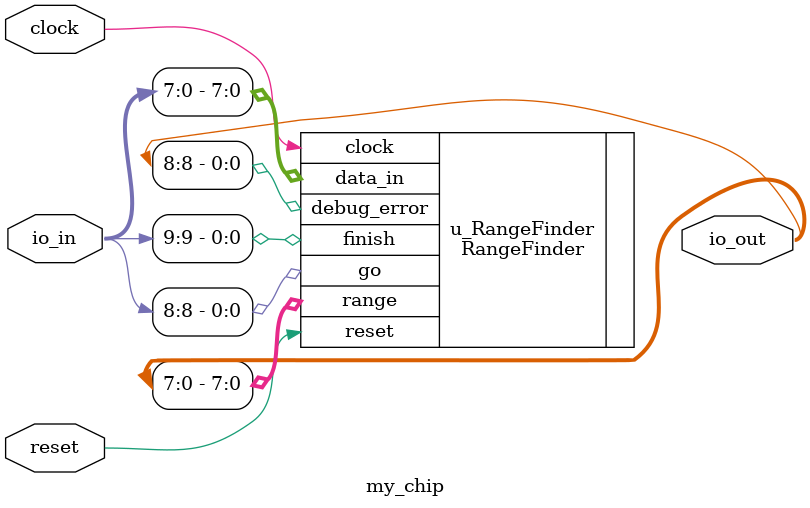
<source format=sv>
`default_nettype none

module my_chip (
    input logic [11:0] io_in, // Inputs to your chip
    output logic [11:0] io_out, // Outputs from your chip
    input logic clock,
    input logic reset // Important: Reset is ACTIVE-HIGH
);
    
    // Basic counter design as an example
    // TODO: remove the counter design and use this module to insert your own design
    // DO NOT change the I/O header of this design

    RangeFinder #(.WIDTH(8)) u_RangeFinder (
        .data_in(io_in[7:0]),
        .clock(clock), 
        .reset(reset),
        .go(io_in[8]), 
        .finish(io_in[9]),
        .range(io_out[7:0]),
        .debug_error(io_out[8])
    );

endmodule

</source>
